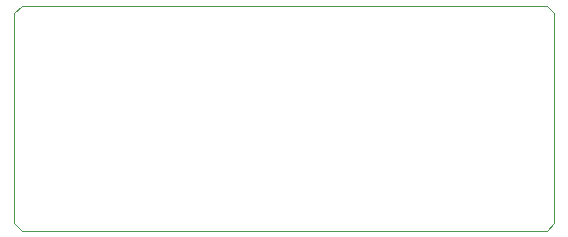
<source format=gko>
G04 #@! TF.FileFunction,Profile,NP*
%FSLAX46Y46*%
G04 Gerber Fmt 4.6, Leading zero omitted, Abs format (unit mm)*
G04 Created by KiCad (PCBNEW 4.0.0-stable) date 31/12/2015 20:29:45*
%MOMM*%
G01*
G04 APERTURE LIST*
%ADD10C,0.150000*%
%ADD11C,0.101600*%
G04 APERTURE END LIST*
D10*
D11*
X635000Y0D02*
X45085000Y0D01*
X635000Y19050000D02*
X45085000Y19050000D01*
X45720000Y635000D02*
X45085000Y0D01*
X45720000Y18415000D02*
X45720000Y635000D01*
X45085000Y19050000D02*
X45720000Y18415000D01*
X0Y18415000D02*
X635000Y19050000D01*
X0Y635000D02*
X0Y18415000D01*
X635000Y0D02*
X0Y635000D01*
M02*

</source>
